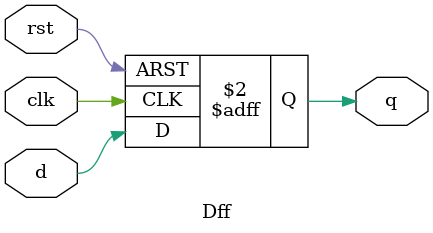
<source format=sv>
module Dff(input logic d,input logic clk, input logic rst, output logic q);
  always @( posedge clk or posedge rst) begin
    if(rst)
      q<=1 'b0;
  	else
      q<=d;
  end
endmodule
</source>
